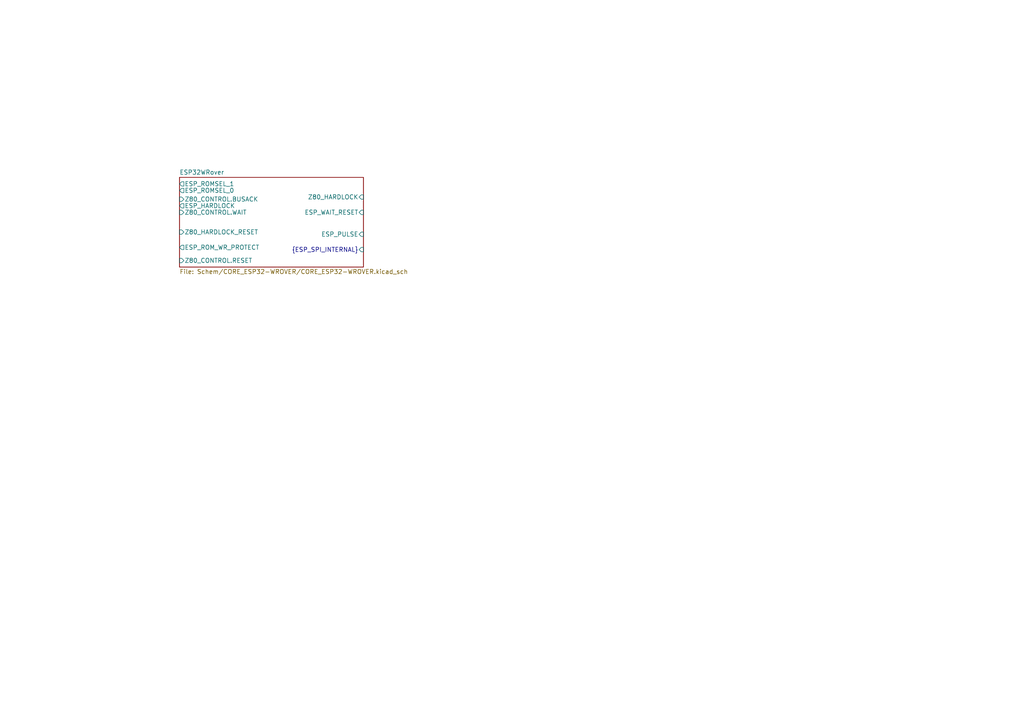
<source format=kicad_sch>
(kicad_sch (version 20230121) (generator eeschema)
  (paper "A4")
  (lib_symbols)
  (sheet (at 52.07 51.435) (size 53.34 26.035) (stroke (width 0.1524))
    (property "Sheetname" "ESP32WRover" (at 52.07 50.7234 0) (effects (justify left bottom)))
    (property "Sheetfile" "Schem/CORE_ESP32-WROVER/CORE_ESP32-WROVER.kicad_sch" (at 52.07 78.0546 0) (effects (justify left top)))
    (pin "Z80_HARDLOCK" input (at 105.41 57.15 0))
    (pin "ESP_WAIT_RESET" input (at 105.41 61.595 0))
    (pin "ESP_PULSE" input (at 105.41 67.945 0))
    (pin "{ESP_SPI_INTERNAL}" input (at 105.41 72.39 0))
    (pin "Z80_CONTROL.BUSACK" input (at 52.07 57.785 180))
    (pin "Z80_CONTROL.WAIT" input (at 52.07 61.595 180))
    (pin "Z80_HARDLOCK_RESET" input (at 52.07 67.31 180))
    (pin "ESP_ROM_WR_PROTECT" output (at 52.07 71.755 180))
    (pin "Z80_CONTROL.RESET" input (at 52.07 75.565 180))
    (pin "ESP_ROMSEL_0" output (at 52.07 55.245 180))
    (pin "ESP_ROMSEL_1" output (at 52.07 53.34 180))
    (pin "ESP_HARDLOCK" output (at 52.07 59.69 180))
  )
)
</source>
